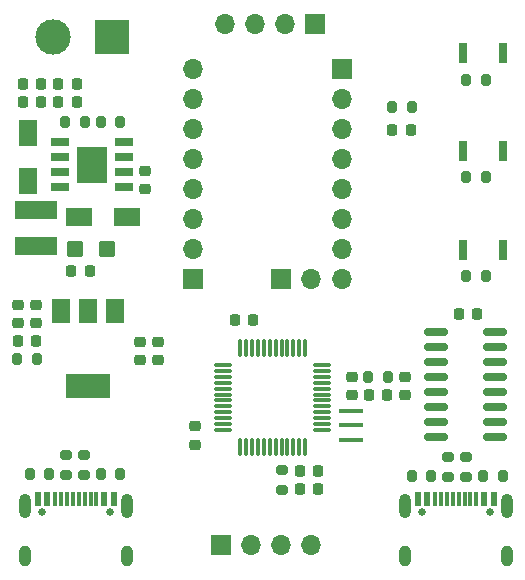
<source format=gts>
G04 EasyEDA Pro v1.9.28, 2023-01-14 19:19:00*
G04 Gerber Generator version 0.3*%TF.GenerationSoftware,KiCad,Pcbnew,7.0.5*%
%TF.CreationDate,2023-08-17T05:26:58+08:00*%
%TF.ProjectId,TMC2209_TestBoard,544d4332-3230-4395-9f54-657374426f61,rev?*%
%TF.SameCoordinates,Original*%
%TF.FileFunction,Soldermask,Top*%
%TF.FilePolarity,Negative*%
%FSLAX46Y46*%
G04 Gerber Fmt 4.6, Leading zero omitted, Abs format (unit mm)*
G04 Created by KiCad (PCBNEW 7.0.5) date 2023-08-17 05:26:58*
%MOMM*%
%LPD*%
G01*
G04 APERTURE LIST*
G04 Aperture macros list*
%AMRoundRect*
0 Rectangle with rounded corners*
0 $1 Rounding radius*
0 $2 $3 $4 $5 $6 $7 $8 $9 X,Y pos of 4 corners*
0 Add a 4 corners polygon primitive as box body*
4,1,4,$2,$3,$4,$5,$6,$7,$8,$9,$2,$3,0*
0 Add four circle primitives for the rounded corners*
1,1,$1+$1,$2,$3*
1,1,$1+$1,$4,$5*
1,1,$1+$1,$6,$7*
1,1,$1+$1,$8,$9*
0 Add four rect primitives between the rounded corners*
20,1,$1+$1,$2,$3,$4,$5,0*
20,1,$1+$1,$4,$5,$6,$7,0*
20,1,$1+$1,$6,$7,$8,$9,0*
20,1,$1+$1,$8,$9,$2,$3,0*%
G04 Aperture macros list end*
%ADD10C,0.650000*%
%ADD11R,0.600000X1.150000*%
%ADD12R,0.300000X1.150000*%
%ADD13O,1.000000X2.100000*%
%ADD14O,1.000000X1.800000*%
%ADD15RoundRect,0.075000X0.662500X0.075000X-0.662500X0.075000X-0.662500X-0.075000X0.662500X-0.075000X0*%
%ADD16RoundRect,0.075000X0.075000X0.662500X-0.075000X0.662500X-0.075000X-0.662500X0.075000X-0.662500X0*%
%ADD17R,3.600000X1.500000*%
%ADD18RoundRect,0.200000X0.200000X0.275000X-0.200000X0.275000X-0.200000X-0.275000X0.200000X-0.275000X0*%
%ADD19RoundRect,0.225000X0.225000X0.250000X-0.225000X0.250000X-0.225000X-0.250000X0.225000X-0.250000X0*%
%ADD20RoundRect,0.250000X-0.450000X-0.425000X0.450000X-0.425000X0.450000X0.425000X-0.450000X0.425000X0*%
%ADD21RoundRect,0.225000X0.250000X-0.225000X0.250000X0.225000X-0.250000X0.225000X-0.250000X-0.225000X0*%
%ADD22R,2.200000X1.550000*%
%ADD23R,1.525000X0.650000*%
%ADD24R,2.600000X3.100000*%
%ADD25R,2.100000X0.400000*%
%ADD26R,1.700000X1.700000*%
%ADD27O,1.700000X1.700000*%
%ADD28RoundRect,0.218750X-0.218750X-0.256250X0.218750X-0.256250X0.218750X0.256250X-0.218750X0.256250X0*%
%ADD29RoundRect,0.225000X-0.225000X-0.250000X0.225000X-0.250000X0.225000X0.250000X-0.225000X0.250000X0*%
%ADD30RoundRect,0.200000X-0.200000X-0.275000X0.200000X-0.275000X0.200000X0.275000X-0.200000X0.275000X0*%
%ADD31RoundRect,0.200000X-0.275000X0.200000X-0.275000X-0.200000X0.275000X-0.200000X0.275000X0.200000X0*%
%ADD32RoundRect,0.225000X-0.250000X0.225000X-0.250000X-0.225000X0.250000X-0.225000X0.250000X0.225000X0*%
%ADD33R,0.800000X1.700000*%
%ADD34RoundRect,0.200000X0.275000X-0.200000X0.275000X0.200000X-0.275000X0.200000X-0.275000X-0.200000X0*%
%ADD35R,1.550000X2.200000*%
%ADD36RoundRect,0.218750X0.218750X0.256250X-0.218750X0.256250X-0.218750X-0.256250X0.218750X-0.256250X0*%
%ADD37RoundRect,0.150000X-0.825000X-0.150000X0.825000X-0.150000X0.825000X0.150000X-0.825000X0.150000X0*%
%ADD38R,1.500000X2.000000*%
%ADD39R,3.800000X2.000000*%
%ADD40R,3.000000X3.000000*%
%ADD41C,3.000000*%
G04 APERTURE END LIST*
D10*
%TO.C,J6*%
X81710000Y-83145000D03*
X87490000Y-83145000D03*
D11*
X81400000Y-82070000D03*
X82200000Y-82070000D03*
D12*
X83350000Y-82070000D03*
X84350000Y-82070000D03*
X84850000Y-82070000D03*
X85850000Y-82070000D03*
D11*
X87000000Y-82070000D03*
X87800000Y-82070000D03*
X87800000Y-82070000D03*
X87000000Y-82070000D03*
D12*
X86350000Y-82070000D03*
X85350000Y-82070000D03*
X83850000Y-82070000D03*
X82850000Y-82070000D03*
D11*
X82200000Y-82070000D03*
X81400000Y-82070000D03*
D13*
X80280000Y-82645000D03*
D14*
X80280000Y-86825000D03*
D13*
X88920000Y-82645000D03*
D14*
X88920000Y-86825000D03*
%TD*%
D15*
%TO.C,U1*%
X105432500Y-76190000D03*
X105432500Y-75690000D03*
X105432500Y-75190000D03*
X105432500Y-74690000D03*
X105432500Y-74190000D03*
X105432500Y-73690000D03*
X105432500Y-73190000D03*
X105432500Y-72690000D03*
X105432500Y-72190000D03*
X105432500Y-71690000D03*
X105432500Y-71190000D03*
X105432500Y-70690000D03*
D16*
X104020000Y-69277500D03*
X103520000Y-69277500D03*
X103020000Y-69277500D03*
X102520000Y-69277500D03*
X102020000Y-69277500D03*
X101520000Y-69277500D03*
X101020000Y-69277500D03*
X100520000Y-69277500D03*
X100020000Y-69277500D03*
X99520000Y-69277500D03*
X99020000Y-69277500D03*
X98520000Y-69277500D03*
D15*
X97107500Y-70690000D03*
X97107500Y-71190000D03*
X97107500Y-71690000D03*
X97107500Y-72190000D03*
X97107500Y-72690000D03*
X97107500Y-73190000D03*
X97107500Y-73690000D03*
X97107500Y-74190000D03*
X97107500Y-74690000D03*
X97107500Y-75190000D03*
X97107500Y-75690000D03*
X97107500Y-76190000D03*
D16*
X98520000Y-77602500D03*
X99020000Y-77602500D03*
X99520000Y-77602500D03*
X100020000Y-77602500D03*
X100520000Y-77602500D03*
X101020000Y-77602500D03*
X101520000Y-77602500D03*
X102020000Y-77602500D03*
X102520000Y-77602500D03*
X103020000Y-77602500D03*
X103520000Y-77602500D03*
X104020000Y-77602500D03*
%TD*%
D17*
%TO.C,L1*%
X81212000Y-57550000D03*
X81212000Y-60600000D03*
%TD*%
D18*
%TO.C,R6*%
X119300000Y-54760000D03*
X117650000Y-54760000D03*
%TD*%
D19*
%TO.C,C11*%
X81690000Y-46900000D03*
X80140000Y-46900000D03*
%TD*%
D20*
%TO.C,C12*%
X84525000Y-60890000D03*
X87225000Y-60890000D03*
%TD*%
D21*
%TO.C,C9*%
X90490000Y-55790000D03*
X90490000Y-54240000D03*
%TD*%
D22*
%TO.C,D2*%
X84880000Y-58180000D03*
X88980000Y-58180000D03*
%TD*%
D23*
%TO.C,IC1*%
X88694000Y-55640000D03*
X88694000Y-54370000D03*
X88694000Y-53100000D03*
X88694000Y-51830000D03*
X83270000Y-51830000D03*
X83270000Y-53100000D03*
X83270000Y-54370000D03*
X83270000Y-55640000D03*
D24*
X85982000Y-53735000D03*
%TD*%
D25*
%TO.C,R2*%
X107944430Y-74612570D03*
X107944430Y-75812570D03*
X107944430Y-77012570D03*
%TD*%
D26*
%TO.C,J4*%
X96885000Y-85940000D03*
D27*
X99425000Y-85940000D03*
X101965000Y-85940000D03*
X104505000Y-85940000D03*
%TD*%
D28*
%TO.C,D4*%
X79695000Y-68640000D03*
X81270000Y-68640000D03*
%TD*%
D18*
%TO.C,R11*%
X120740000Y-80065000D03*
X119090000Y-80065000D03*
%TD*%
D29*
%TO.C,C13*%
X83130000Y-46900000D03*
X84680000Y-46900000D03*
%TD*%
D30*
%TO.C,R9*%
X83705000Y-50150000D03*
X85355000Y-50150000D03*
%TD*%
D31*
%TO.C,R12*%
X116150000Y-78490000D03*
X116150000Y-80140000D03*
%TD*%
D26*
%TO.C,J8*%
X104850000Y-41790000D03*
D27*
X102310000Y-41790000D03*
X99770000Y-41790000D03*
X97230000Y-41790000D03*
%TD*%
D32*
%TO.C,C16*%
X79720000Y-65595000D03*
X79720000Y-67145000D03*
%TD*%
D33*
%TO.C,S3*%
X120770000Y-60930000D03*
X117370000Y-60930000D03*
%TD*%
D34*
%TO.C,R3*%
X102040000Y-81250000D03*
X102040000Y-79600000D03*
%TD*%
D32*
%TO.C,C17*%
X81230000Y-65595000D03*
X81230000Y-67145000D03*
%TD*%
D35*
%TO.C,D3*%
X80570000Y-55130000D03*
X80570000Y-51030000D03*
%TD*%
D33*
%TO.C,S2*%
X120770000Y-52610000D03*
X117370000Y-52610000D03*
%TD*%
D18*
%TO.C,R1*%
X111030000Y-71720000D03*
X109380000Y-71720000D03*
%TD*%
D30*
%TO.C,R15*%
X80725000Y-79920000D03*
X82375000Y-79920000D03*
%TD*%
D36*
%TO.C,D1*%
X112967500Y-50820000D03*
X111392500Y-50820000D03*
%TD*%
D18*
%TO.C,R14*%
X81295000Y-70150000D03*
X79645000Y-70150000D03*
%TD*%
D29*
%TO.C,C4*%
X109430000Y-73220000D03*
X110980000Y-73220000D03*
%TD*%
D26*
%TO.C,J3*%
X101960000Y-63380000D03*
D27*
X104500000Y-63380000D03*
%TD*%
D10*
%TO.C,J5*%
X113880000Y-83145000D03*
X119660000Y-83145000D03*
D11*
X113570000Y-82070000D03*
X114370000Y-82070000D03*
D12*
X115520000Y-82070000D03*
X116520000Y-82070000D03*
X117020000Y-82070000D03*
X118020000Y-82070000D03*
D11*
X119170000Y-82070000D03*
X119970000Y-82070000D03*
X119970000Y-82070000D03*
X119170000Y-82070000D03*
D12*
X118520000Y-82070000D03*
X117520000Y-82070000D03*
X116020000Y-82070000D03*
X115020000Y-82070000D03*
D11*
X114370000Y-82070000D03*
X113570000Y-82070000D03*
D13*
X112450000Y-82645000D03*
D14*
X112450000Y-86825000D03*
D13*
X121090000Y-82645000D03*
D14*
X121090000Y-86825000D03*
%TD*%
D32*
%TO.C,C3*%
X107950000Y-71695000D03*
X107950000Y-73245000D03*
%TD*%
D21*
%TO.C,C18*%
X91570000Y-70285000D03*
X91570000Y-68735000D03*
%TD*%
D26*
%TO.C,J1*%
X94555000Y-63380000D03*
D27*
X94555000Y-60840000D03*
X94555000Y-58300000D03*
X94555000Y-55760000D03*
X94555000Y-53220000D03*
X94555000Y-50680000D03*
X94555000Y-48140000D03*
X94555000Y-45600000D03*
%TD*%
D19*
%TO.C,C8*%
X118590000Y-66370000D03*
X117040000Y-66370000D03*
%TD*%
D26*
%TO.C,J2*%
X107145000Y-45600000D03*
D27*
X107145000Y-48140000D03*
X107145000Y-50680000D03*
X107145000Y-53220000D03*
X107145000Y-55760000D03*
X107145000Y-58300000D03*
X107145000Y-60840000D03*
X107145000Y-63380000D03*
%TD*%
D18*
%TO.C,R5*%
X119300000Y-46550000D03*
X117650000Y-46550000D03*
%TD*%
D21*
%TO.C,C1*%
X94660000Y-77425000D03*
X94660000Y-75875000D03*
%TD*%
D18*
%TO.C,R16*%
X88380000Y-79920000D03*
X86730000Y-79920000D03*
%TD*%
D31*
%TO.C,R17*%
X83800000Y-78345000D03*
X83800000Y-79995000D03*
%TD*%
D18*
%TO.C,R4*%
X113045000Y-48830000D03*
X111395000Y-48830000D03*
%TD*%
D21*
%TO.C,C7*%
X112460000Y-73245000D03*
X112460000Y-71695000D03*
%TD*%
D19*
%TO.C,C6*%
X105105000Y-81190000D03*
X103555000Y-81190000D03*
%TD*%
D37*
%TO.C,U2*%
X115135000Y-67865000D03*
X115135000Y-69135000D03*
X115135000Y-70405000D03*
X115135000Y-71675000D03*
X115135000Y-72945000D03*
X115135000Y-74215000D03*
X115135000Y-75485000D03*
X115135000Y-76755000D03*
X120085000Y-76755000D03*
X120085000Y-75485000D03*
X120085000Y-74215000D03*
X120085000Y-72945000D03*
X120085000Y-71675000D03*
X120085000Y-70405000D03*
X120085000Y-69135000D03*
X120085000Y-67865000D03*
%TD*%
D19*
%TO.C,C2*%
X105105000Y-79660000D03*
X103555000Y-79660000D03*
%TD*%
%TO.C,C15*%
X81690000Y-48397500D03*
X80140000Y-48397500D03*
%TD*%
D31*
%TO.C,R18*%
X85310000Y-78345000D03*
X85310000Y-79995000D03*
%TD*%
D18*
%TO.C,R7*%
X119300000Y-63170000D03*
X117650000Y-63170000D03*
%TD*%
D29*
%TO.C,C10*%
X84235000Y-62740000D03*
X85785000Y-62740000D03*
%TD*%
D38*
%TO.C,U3*%
X87960000Y-66140000D03*
X85660000Y-66140000D03*
D39*
X85660000Y-72440000D03*
D38*
X83360000Y-66140000D03*
%TD*%
D40*
%TO.C,J7*%
X87640000Y-42880000D03*
D41*
X82640000Y-42880000D03*
%TD*%
D29*
%TO.C,C5*%
X98085000Y-66860000D03*
X99635000Y-66860000D03*
%TD*%
%TO.C,C14*%
X83130000Y-48397500D03*
X84680000Y-48397500D03*
%TD*%
D21*
%TO.C,C19*%
X90050000Y-70285000D03*
X90050000Y-68735000D03*
%TD*%
D30*
%TO.C,R8*%
X86720000Y-50150000D03*
X88370000Y-50150000D03*
%TD*%
D33*
%TO.C,S1*%
X120770000Y-44270000D03*
X117370000Y-44270000D03*
%TD*%
D31*
%TO.C,R13*%
X117660000Y-78490000D03*
X117660000Y-80140000D03*
%TD*%
D30*
%TO.C,R10*%
X113065000Y-80065000D03*
X114715000Y-80065000D03*
%TD*%
M02*

</source>
